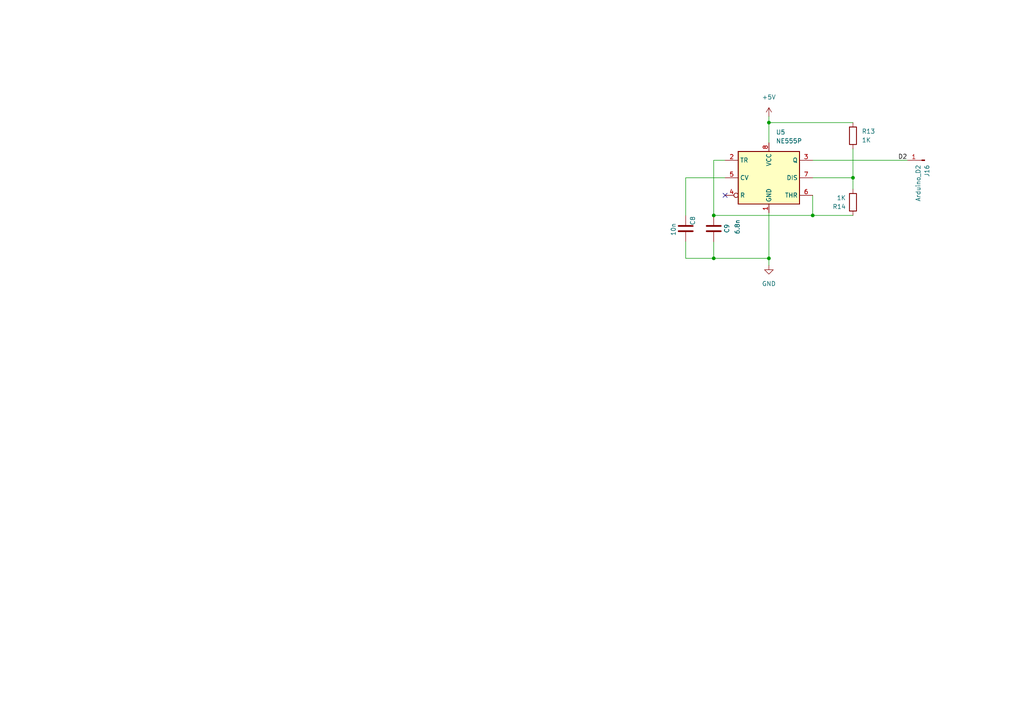
<source format=kicad_sch>
(kicad_sch (version 20211123) (generator eeschema)
  (paper "A4")
  (lib_symbols
    (symbol "Connector:Conn_01x01_Male" (pin_names (offset 1.016) hide)
      (property "Reference" "J" (at 0 2.54 0))
      (property "Value" "Conn_01x01_Male" (at 0 -2.54 0))
      (symbol "Conn_01x01_Male_1_1"
        (polyline (pts (xy 1.27 0) (xy 0.8636 0)) (stroke (width 0.1524)))
        (rectangle (start 0.8636 0.127) (end 0 -0.127) (stroke (width 0.1524)) (fill (type outline)))
        (pin passive line (at 5.08 0 180) (length 3.81) (name "Pin_1") (number "1"))
      )
    )
    (symbol "Device:C" (pin_numbers hide) (pin_names (offset 0.254))
      (property "Reference" "C" (at 0.635 2.54 0))
      (property "Value" "C" (at 0.635 -2.54 0))
      (symbol "C_0_1"
        (polyline (pts (xy -2.032 -0.762) (xy 2.032 -0.762)) (stroke (width 0.508)))
        (polyline (pts (xy -2.032 0.762) (xy 2.032 0.762)) (stroke (width 0.508)))
      )
      (symbol "C_1_1"
        (pin passive line (at 0 3.81 270) (length 2.794) (name "~") (number "1"))
        (pin passive line (at 0 -3.81 90) (length 2.794) (name "~") (number "2"))
      )
    )
    (symbol "Device:R" (pin_numbers hide) (pin_names (offset 0))
      (property "Reference" "R" (at 2.032 0 90))
      (property "Value" "R" (at 0 0 90))
      (symbol "R_0_1"
        (rectangle (start -1.016 -2.54) (end 1.016 2.54) (stroke (width 0.254)))
      )
      (symbol "R_1_1"
        (pin passive line (at 0 3.81 270) (length 1.27) (name "~") (number "1"))
        (pin passive line (at 0 -3.81 90) (length 1.27) (name "~") (number "2"))
      )
    )
    (symbol "Timer:NE555P"
      (property "Reference" "U" (at -10.16 8.89 0))
      (property "Value" "NE555P" (at 2.54 8.89 0))
      (symbol "NE555P_0_0"
        (pin power_in line (at 0 -10.16 90) (length 2.54) (name "GND") (number "1"))
        (pin power_in line (at 0 10.16 270) (length 2.54) (name "VCC") (number "8"))
      )
      (symbol "NE555P_0_1"
        (rectangle (start -8.89 -7.62) (end 8.89 7.62) (stroke (width 0.254)) (fill (type background)))
        (rectangle (start -8.89 -7.62) (end 8.89 7.62) (stroke (width 0.254)) (fill (type background)))
      )
      (symbol "NE555P_1_1"
        (pin input line (at -12.7 5.08 0) (length 3.81) (name "TR") (number "2"))
        (pin output line (at 12.7 5.08 180) (length 3.81) (name "Q") (number "3"))
        (pin input inverted (at -12.7 -5.08 0) (length 3.81) (name "R") (number "4"))
        (pin input line (at -12.7 0 0) (length 3.81) (name "CV") (number "5"))
        (pin input line (at 12.7 -5.08 180) (length 3.81) (name "THR") (number "6"))
        (pin input line (at 12.7 0 180) (length 3.81) (name "DIS") (number "7"))
      )
    )
    (symbol "power:+5V" (power) (pin_names (offset 0))
      (property "Value" "+5V" (at 0 3.556 0))
      (symbol "+5V_0_1"
        (polyline (pts (xy -0.762 1.27) (xy 0 2.54)))
        (polyline (pts (xy 0 0) (xy 0 2.54)))
        (polyline (pts (xy 0 2.54) (xy 0.762 1.27)))
      )
      (symbol "+5V_1_1"
        (pin power_in line (at 0 0 90) (length 0) hide (name "+5V") (number "1"))
      )
    )
    (symbol "power:GND" (power) (pin_names (offset 0))
      (property "Value" "GND" (at 0 -3.81 0))
      (symbol "GND_0_1"
        (polyline (pts (xy 0 0) (xy 0 -1.27) (xy 1.27 -1.27) (xy 0 -2.54) (xy -1.27 -1.27) (xy 0 -1.27)))
      )
      (symbol "GND_1_1"
        (pin power_in line (at 0 0 270) (length 0) hide (name "GND") (number "1"))
      )
    )
  )
  (junction (at 223.012 35.56))
  (junction (at 207.01 74.93))
  (junction (at 235.712 62.484))
  (junction (at 247.396 51.562))
  (junction (at 207.01 62.484))
  (junction (at 223.012 74.93))
  (no_connect (at 210.312 56.642))
  (wire (pts (xy 223.012 33.782) (xy 223.012 35.56)))
  (wire (pts (xy 223.012 74.93) (xy 223.012 76.962)))
  (wire (pts (xy 207.01 70.104) (xy 207.01 74.93)))
  (wire (pts (xy 247.396 35.56) (xy 223.012 35.56)))
  (wire (pts (xy 198.882 74.93) (xy 207.01 74.93)))
  (wire (pts (xy 235.712 62.484) (xy 247.396 62.484)))
  (wire (pts (xy 223.012 35.56) (xy 223.012 41.402)))
  (wire (pts (xy 198.882 51.562) (xy 210.312 51.562)))
  (wire (pts (xy 207.01 46.482) (xy 210.312 46.482)))
  (wire (pts (xy 235.712 51.562) (xy 247.396 51.562)))
  (wire (pts (xy 247.396 54.864) (xy 247.396 51.562)))
  (wire (pts (xy 198.882 62.484) (xy 198.882 51.562)))
  (wire (pts (xy 223.012 61.722) (xy 223.012 74.93)))
  (wire (pts (xy 207.01 46.482) (xy 207.01 62.484)))
  (wire (pts (xy 198.882 70.104) (xy 198.882 74.93)))
  (wire (pts (xy 247.396 43.18) (xy 247.396 51.562)))
  (wire (pts (xy 207.01 74.93) (xy 223.012 74.93)))
  (wire (pts (xy 235.712 56.642) (xy 235.712 62.484)))
  (wire (pts (xy 235.712 62.484) (xy 207.01 62.484)))
  (wire (pts (xy 235.712 46.482) (xy 263.144 46.482)))
  (label "D2" (at 263.144 46.482 180))
  (symbol (lib_id "Device:R") (at 247.396 58.674 180) (unit 1)
    (property "Reference" "R14" (at 245.364 59.9441 0) (effects (justify left)))
    (property "Value" "1K" (at 245.364 57.4041 0) (effects (justify left)))
    (property "Footprint" "Resistor_THT:R_Axial_DIN0207_L6.3mm_D2.5mm_P7.62mm_Horizontal" (effects hide))
  )
  (symbol (lib_id "Device:C") (at 198.882 66.294 180) (unit 1)
    (property "Reference" "C8" (at 200.914 64.008 90))
    (property "Value" "10n" (at 195.326 66.548 90))
    (property "Footprint" "Capacitor_THT:C_Disc_D3.0mm_W2.0mm_P2.50mm" (effects hide))
  )
  (symbol (lib_id "power:+5V") (at 223.012 33.782 0) (unit 1)
    (property "Reference" "#PWR0102" (effects hide))
    (property "Value" "+5V" (at 223.012 28.194 0))
  )
  (symbol (lib_id "Timer:NE555P") (at 223.012 51.562 0) (unit 1)
    (property "Reference" "U5" (at 225.0314 38.354 0) (effects (justify left)))
    (property "Value" "NE555P" (at 225.0314 40.894 0) (effects (justify left)))
    (property "Footprint" "Package_DIP:DIP-8_W7.62mm" (effects hide))
    (property "Datasheet" "http://www.ti.com/lit/ds/symlink/ne555.pdf" (effects hide))
  )
  (symbol (lib_id "Device:C") (at 207.01 66.294 180) (unit 1)
    (property "Reference" "C9" (at 210.82 66.294 90))
    (property "Value" "6.8n" (at 213.868 65.786 90))
    (property "Footprint" "Capacitor_THT:C_Disc_D3.0mm_W2.0mm_P2.50mm" (effects hide))
  )
  (symbol (lib_id "Device:R") (at 247.396 39.37 180) (unit 1)
    (property "Reference" "R13" (at 249.936 38.0999 0) (effects (justify right)))
    (property "Value" "1K" (at 249.936 40.6399 0) (effects (justify right)))
    (property "Footprint" "Resistor_THT:R_Axial_DIN0207_L6.3mm_D2.5mm_P7.62mm_Horizontal" (effects hide))
  )
  (symbol (lib_id "Connector:Conn_01x01_Male") (at 268.224 46.482 180) (unit 1)
    (property "Reference" "J16" (at 268.8591 47.752 90) (effects (justify left)))
    (property "Value" "Arduino_D2" (at 266.3191 47.752 90) (effects (justify left)))
    (property "Footprint" "Connector_PinHeader_2.54mm:PinHeader_1x01_P2.54mm_Vertical" (effects hide))
  )
  (symbol (lib_id "power:GND") (at 223.012 76.962 0) (unit 1)
    (property "Reference" "#PWR0101" (effects hide))
    (property "Value" "GND" (at 223.012 82.296 0))
  )
)
</source>
